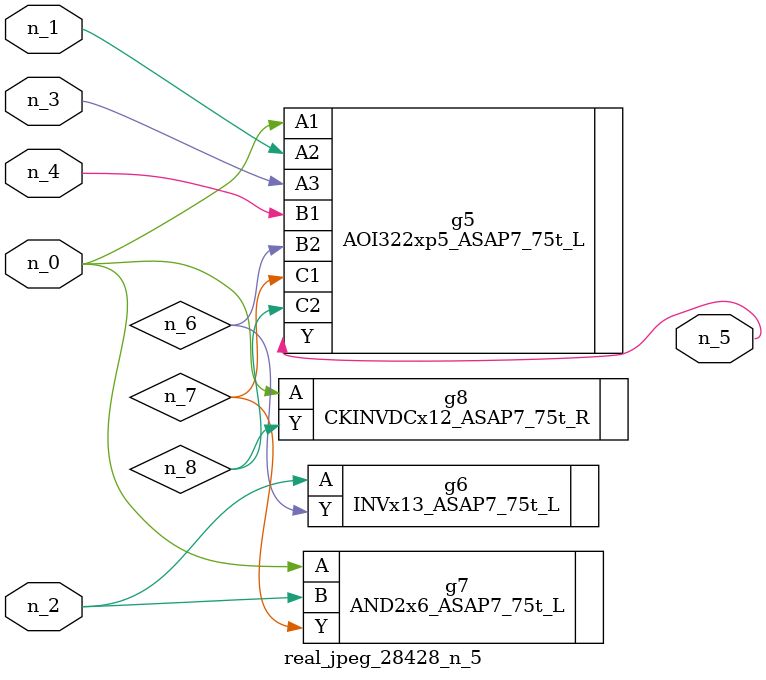
<source format=v>
module real_jpeg_28428_n_5 (n_4, n_0, n_1, n_2, n_3, n_5);

input n_4;
input n_0;
input n_1;
input n_2;
input n_3;

output n_5;

wire n_8;
wire n_6;
wire n_7;

AOI322xp5_ASAP7_75t_L g5 ( 
.A1(n_0),
.A2(n_1),
.A3(n_3),
.B1(n_4),
.B2(n_6),
.C1(n_7),
.C2(n_8),
.Y(n_5)
);

AND2x6_ASAP7_75t_L g7 ( 
.A(n_0),
.B(n_2),
.Y(n_7)
);

CKINVDCx12_ASAP7_75t_R g8 ( 
.A(n_0),
.Y(n_8)
);

INVx13_ASAP7_75t_L g6 ( 
.A(n_2),
.Y(n_6)
);


endmodule
</source>
